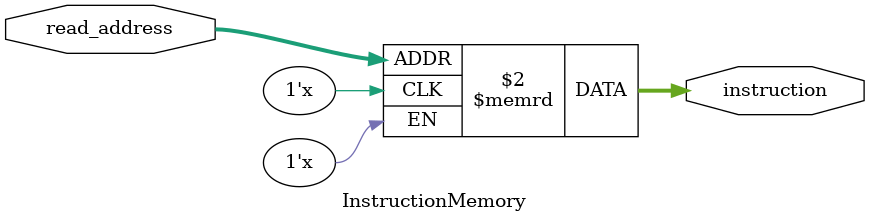
<source format=v>
module InstructionMemory(read_address, instruction);
// Input
input [31:0] read_address;
// Output
output reg [15:0] instruction;
// Instruction Memory
reg [15:0] memory [29:0];

// Reading next instruction from memory and assigning it into output instruction
always @(*) begin
	instruction[15:0] = memory[read_address];
end
		
endmodule 
</source>
